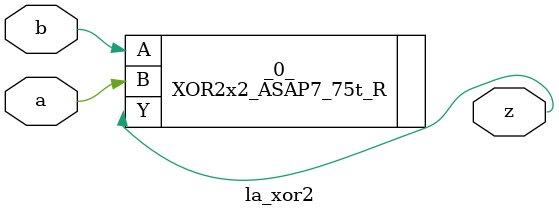
<source format=v>
/* Generated by Yosys 0.37 (git sha1 a5c7f69ed, clang 14.0.0-1ubuntu1.1 -fPIC -Os) */

module la_xor2(a, b, z);
  input a;
  wire a;
  input b;
  wire b;
  output z;
  wire z;
  XOR2x2_ASAP7_75t_R _0_ (
    .A(b),
    .B(a),
    .Y(z)
  );
endmodule

</source>
